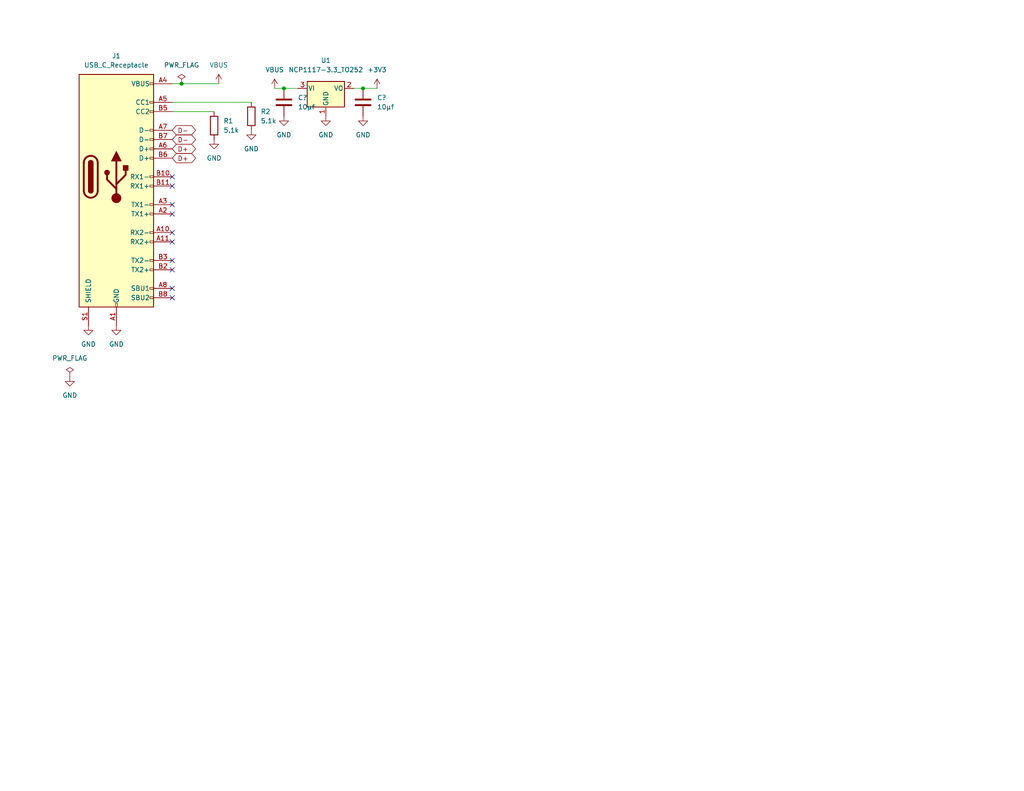
<source format=kicad_sch>
(kicad_sch (version 20211123) (generator eeschema)

  (uuid 8d63f200-f360-49e6-9498-c0e809e867c2)

  (paper "A")

  (lib_symbols
    (symbol "Connector:USB_C_Receptacle" (pin_names (offset 1.016)) (in_bom yes) (on_board yes)
      (property "Reference" "J" (id 0) (at -10.16 29.21 0)
        (effects (font (size 1.27 1.27)) (justify left))
      )
      (property "Value" "USB_C_Receptacle" (id 1) (at 10.16 29.21 0)
        (effects (font (size 1.27 1.27)) (justify right))
      )
      (property "Footprint" "" (id 2) (at 3.81 0 0)
        (effects (font (size 1.27 1.27)) hide)
      )
      (property "Datasheet" "https://www.usb.org/sites/default/files/documents/usb_type-c.zip" (id 3) (at 3.81 0 0)
        (effects (font (size 1.27 1.27)) hide)
      )
      (property "ki_keywords" "usb universal serial bus type-C full-featured" (id 4) (at 0 0 0)
        (effects (font (size 1.27 1.27)) hide)
      )
      (property "ki_description" "USB Full-Featured Type-C Receptacle connector" (id 5) (at 0 0 0)
        (effects (font (size 1.27 1.27)) hide)
      )
      (property "ki_fp_filters" "USB*C*Receptacle*" (id 6) (at 0 0 0)
        (effects (font (size 1.27 1.27)) hide)
      )
      (symbol "USB_C_Receptacle_0_0"
        (rectangle (start -0.254 -35.56) (end 0.254 -34.544)
          (stroke (width 0) (type default) (color 0 0 0 0))
          (fill (type none))
        )
        (rectangle (start 10.16 -32.766) (end 9.144 -33.274)
          (stroke (width 0) (type default) (color 0 0 0 0))
          (fill (type none))
        )
        (rectangle (start 10.16 -30.226) (end 9.144 -30.734)
          (stroke (width 0) (type default) (color 0 0 0 0))
          (fill (type none))
        )
        (rectangle (start 10.16 -25.146) (end 9.144 -25.654)
          (stroke (width 0) (type default) (color 0 0 0 0))
          (fill (type none))
        )
        (rectangle (start 10.16 -22.606) (end 9.144 -23.114)
          (stroke (width 0) (type default) (color 0 0 0 0))
          (fill (type none))
        )
        (rectangle (start 10.16 -17.526) (end 9.144 -18.034)
          (stroke (width 0) (type default) (color 0 0 0 0))
          (fill (type none))
        )
        (rectangle (start 10.16 -14.986) (end 9.144 -15.494)
          (stroke (width 0) (type default) (color 0 0 0 0))
          (fill (type none))
        )
        (rectangle (start 10.16 -9.906) (end 9.144 -10.414)
          (stroke (width 0) (type default) (color 0 0 0 0))
          (fill (type none))
        )
        (rectangle (start 10.16 -7.366) (end 9.144 -7.874)
          (stroke (width 0) (type default) (color 0 0 0 0))
          (fill (type none))
        )
        (rectangle (start 10.16 -2.286) (end 9.144 -2.794)
          (stroke (width 0) (type default) (color 0 0 0 0))
          (fill (type none))
        )
        (rectangle (start 10.16 0.254) (end 9.144 -0.254)
          (stroke (width 0) (type default) (color 0 0 0 0))
          (fill (type none))
        )
        (rectangle (start 10.16 5.334) (end 9.144 4.826)
          (stroke (width 0) (type default) (color 0 0 0 0))
          (fill (type none))
        )
        (rectangle (start 10.16 7.874) (end 9.144 7.366)
          (stroke (width 0) (type default) (color 0 0 0 0))
          (fill (type none))
        )
        (rectangle (start 10.16 10.414) (end 9.144 9.906)
          (stroke (width 0) (type default) (color 0 0 0 0))
          (fill (type none))
        )
        (rectangle (start 10.16 12.954) (end 9.144 12.446)
          (stroke (width 0) (type default) (color 0 0 0 0))
          (fill (type none))
        )
        (rectangle (start 10.16 18.034) (end 9.144 17.526)
          (stroke (width 0) (type default) (color 0 0 0 0))
          (fill (type none))
        )
        (rectangle (start 10.16 20.574) (end 9.144 20.066)
          (stroke (width 0) (type default) (color 0 0 0 0))
          (fill (type none))
        )
        (rectangle (start 10.16 25.654) (end 9.144 25.146)
          (stroke (width 0) (type default) (color 0 0 0 0))
          (fill (type none))
        )
      )
      (symbol "USB_C_Receptacle_0_1"
        (rectangle (start -10.16 27.94) (end 10.16 -35.56)
          (stroke (width 0.254) (type default) (color 0 0 0 0))
          (fill (type background))
        )
        (arc (start -8.89 -3.81) (mid -6.985 -5.715) (end -5.08 -3.81)
          (stroke (width 0.508) (type default) (color 0 0 0 0))
          (fill (type none))
        )
        (arc (start -7.62 -3.81) (mid -6.985 -4.445) (end -6.35 -3.81)
          (stroke (width 0.254) (type default) (color 0 0 0 0))
          (fill (type none))
        )
        (arc (start -7.62 -3.81) (mid -6.985 -4.445) (end -6.35 -3.81)
          (stroke (width 0.254) (type default) (color 0 0 0 0))
          (fill (type outline))
        )
        (rectangle (start -7.62 -3.81) (end -6.35 3.81)
          (stroke (width 0.254) (type default) (color 0 0 0 0))
          (fill (type outline))
        )
        (arc (start -6.35 3.81) (mid -6.985 4.445) (end -7.62 3.81)
          (stroke (width 0.254) (type default) (color 0 0 0 0))
          (fill (type none))
        )
        (arc (start -6.35 3.81) (mid -6.985 4.445) (end -7.62 3.81)
          (stroke (width 0.254) (type default) (color 0 0 0 0))
          (fill (type outline))
        )
        (arc (start -5.08 3.81) (mid -6.985 5.715) (end -8.89 3.81)
          (stroke (width 0.508) (type default) (color 0 0 0 0))
          (fill (type none))
        )
        (polyline
          (pts
            (xy -8.89 -3.81)
            (xy -8.89 3.81)
          )
          (stroke (width 0.508) (type default) (color 0 0 0 0))
          (fill (type none))
        )
        (polyline
          (pts
            (xy -5.08 3.81)
            (xy -5.08 -3.81)
          )
          (stroke (width 0.508) (type default) (color 0 0 0 0))
          (fill (type none))
        )
      )
      (symbol "USB_C_Receptacle_1_1"
        (circle (center -2.54 1.143) (radius 0.635)
          (stroke (width 0.254) (type default) (color 0 0 0 0))
          (fill (type outline))
        )
        (circle (center 0 -5.842) (radius 1.27)
          (stroke (width 0) (type default) (color 0 0 0 0))
          (fill (type outline))
        )
        (polyline
          (pts
            (xy 0 -5.842)
            (xy 0 4.318)
          )
          (stroke (width 0.508) (type default) (color 0 0 0 0))
          (fill (type none))
        )
        (polyline
          (pts
            (xy 0 -3.302)
            (xy -2.54 -0.762)
            (xy -2.54 0.508)
          )
          (stroke (width 0.508) (type default) (color 0 0 0 0))
          (fill (type none))
        )
        (polyline
          (pts
            (xy 0 -2.032)
            (xy 2.54 0.508)
            (xy 2.54 1.778)
          )
          (stroke (width 0.508) (type default) (color 0 0 0 0))
          (fill (type none))
        )
        (polyline
          (pts
            (xy -1.27 4.318)
            (xy 0 6.858)
            (xy 1.27 4.318)
            (xy -1.27 4.318)
          )
          (stroke (width 0.254) (type default) (color 0 0 0 0))
          (fill (type outline))
        )
        (rectangle (start 1.905 1.778) (end 3.175 3.048)
          (stroke (width 0.254) (type default) (color 0 0 0 0))
          (fill (type outline))
        )
        (pin passive line (at 0 -40.64 90) (length 5.08)
          (name "GND" (effects (font (size 1.27 1.27))))
          (number "A1" (effects (font (size 1.27 1.27))))
        )
        (pin bidirectional line (at 15.24 -15.24 180) (length 5.08)
          (name "RX2-" (effects (font (size 1.27 1.27))))
          (number "A10" (effects (font (size 1.27 1.27))))
        )
        (pin bidirectional line (at 15.24 -17.78 180) (length 5.08)
          (name "RX2+" (effects (font (size 1.27 1.27))))
          (number "A11" (effects (font (size 1.27 1.27))))
        )
        (pin passive line (at 0 -40.64 90) (length 5.08) hide
          (name "GND" (effects (font (size 1.27 1.27))))
          (number "A12" (effects (font (size 1.27 1.27))))
        )
        (pin bidirectional line (at 15.24 -10.16 180) (length 5.08)
          (name "TX1+" (effects (font (size 1.27 1.27))))
          (number "A2" (effects (font (size 1.27 1.27))))
        )
        (pin bidirectional line (at 15.24 -7.62 180) (length 5.08)
          (name "TX1-" (effects (font (size 1.27 1.27))))
          (number "A3" (effects (font (size 1.27 1.27))))
        )
        (pin passive line (at 15.24 25.4 180) (length 5.08)
          (name "VBUS" (effects (font (size 1.27 1.27))))
          (number "A4" (effects (font (size 1.27 1.27))))
        )
        (pin bidirectional line (at 15.24 20.32 180) (length 5.08)
          (name "CC1" (effects (font (size 1.27 1.27))))
          (number "A5" (effects (font (size 1.27 1.27))))
        )
        (pin bidirectional line (at 15.24 7.62 180) (length 5.08)
          (name "D+" (effects (font (size 1.27 1.27))))
          (number "A6" (effects (font (size 1.27 1.27))))
        )
        (pin bidirectional line (at 15.24 12.7 180) (length 5.08)
          (name "D-" (effects (font (size 1.27 1.27))))
          (number "A7" (effects (font (size 1.27 1.27))))
        )
        (pin bidirectional line (at 15.24 -30.48 180) (length 5.08)
          (name "SBU1" (effects (font (size 1.27 1.27))))
          (number "A8" (effects (font (size 1.27 1.27))))
        )
        (pin passive line (at 15.24 25.4 180) (length 5.08) hide
          (name "VBUS" (effects (font (size 1.27 1.27))))
          (number "A9" (effects (font (size 1.27 1.27))))
        )
        (pin passive line (at 0 -40.64 90) (length 5.08) hide
          (name "GND" (effects (font (size 1.27 1.27))))
          (number "B1" (effects (font (size 1.27 1.27))))
        )
        (pin bidirectional line (at 15.24 0 180) (length 5.08)
          (name "RX1-" (effects (font (size 1.27 1.27))))
          (number "B10" (effects (font (size 1.27 1.27))))
        )
        (pin bidirectional line (at 15.24 -2.54 180) (length 5.08)
          (name "RX1+" (effects (font (size 1.27 1.27))))
          (number "B11" (effects (font (size 1.27 1.27))))
        )
        (pin passive line (at 0 -40.64 90) (length 5.08) hide
          (name "GND" (effects (font (size 1.27 1.27))))
          (number "B12" (effects (font (size 1.27 1.27))))
        )
        (pin bidirectional line (at 15.24 -25.4 180) (length 5.08)
          (name "TX2+" (effects (font (size 1.27 1.27))))
          (number "B2" (effects (font (size 1.27 1.27))))
        )
        (pin bidirectional line (at 15.24 -22.86 180) (length 5.08)
          (name "TX2-" (effects (font (size 1.27 1.27))))
          (number "B3" (effects (font (size 1.27 1.27))))
        )
        (pin passive line (at 15.24 25.4 180) (length 5.08) hide
          (name "VBUS" (effects (font (size 1.27 1.27))))
          (number "B4" (effects (font (size 1.27 1.27))))
        )
        (pin bidirectional line (at 15.24 17.78 180) (length 5.08)
          (name "CC2" (effects (font (size 1.27 1.27))))
          (number "B5" (effects (font (size 1.27 1.27))))
        )
        (pin bidirectional line (at 15.24 5.08 180) (length 5.08)
          (name "D+" (effects (font (size 1.27 1.27))))
          (number "B6" (effects (font (size 1.27 1.27))))
        )
        (pin bidirectional line (at 15.24 10.16 180) (length 5.08)
          (name "D-" (effects (font (size 1.27 1.27))))
          (number "B7" (effects (font (size 1.27 1.27))))
        )
        (pin bidirectional line (at 15.24 -33.02 180) (length 5.08)
          (name "SBU2" (effects (font (size 1.27 1.27))))
          (number "B8" (effects (font (size 1.27 1.27))))
        )
        (pin passive line (at 15.24 25.4 180) (length 5.08) hide
          (name "VBUS" (effects (font (size 1.27 1.27))))
          (number "B9" (effects (font (size 1.27 1.27))))
        )
        (pin passive line (at -7.62 -40.64 90) (length 5.08)
          (name "SHIELD" (effects (font (size 1.27 1.27))))
          (number "S1" (effects (font (size 1.27 1.27))))
        )
      )
    )
    (symbol "Device:C" (pin_numbers hide) (pin_names (offset 0.254)) (in_bom yes) (on_board yes)
      (property "Reference" "C" (id 0) (at 0.635 2.54 0)
        (effects (font (size 1.27 1.27)) (justify left))
      )
      (property "Value" "C" (id 1) (at 0.635 -2.54 0)
        (effects (font (size 1.27 1.27)) (justify left))
      )
      (property "Footprint" "" (id 2) (at 0.9652 -3.81 0)
        (effects (font (size 1.27 1.27)) hide)
      )
      (property "Datasheet" "~" (id 3) (at 0 0 0)
        (effects (font (size 1.27 1.27)) hide)
      )
      (property "ki_keywords" "cap capacitor" (id 4) (at 0 0 0)
        (effects (font (size 1.27 1.27)) hide)
      )
      (property "ki_description" "Unpolarized capacitor" (id 5) (at 0 0 0)
        (effects (font (size 1.27 1.27)) hide)
      )
      (property "ki_fp_filters" "C_*" (id 6) (at 0 0 0)
        (effects (font (size 1.27 1.27)) hide)
      )
      (symbol "C_0_1"
        (polyline
          (pts
            (xy -2.032 -0.762)
            (xy 2.032 -0.762)
          )
          (stroke (width 0.508) (type default) (color 0 0 0 0))
          (fill (type none))
        )
        (polyline
          (pts
            (xy -2.032 0.762)
            (xy 2.032 0.762)
          )
          (stroke (width 0.508) (type default) (color 0 0 0 0))
          (fill (type none))
        )
      )
      (symbol "C_1_1"
        (pin passive line (at 0 3.81 270) (length 2.794)
          (name "~" (effects (font (size 1.27 1.27))))
          (number "1" (effects (font (size 1.27 1.27))))
        )
        (pin passive line (at 0 -3.81 90) (length 2.794)
          (name "~" (effects (font (size 1.27 1.27))))
          (number "2" (effects (font (size 1.27 1.27))))
        )
      )
    )
    (symbol "Device:R" (pin_numbers hide) (pin_names (offset 0)) (in_bom yes) (on_board yes)
      (property "Reference" "R" (id 0) (at 2.032 0 90)
        (effects (font (size 1.27 1.27)))
      )
      (property "Value" "R" (id 1) (at 0 0 90)
        (effects (font (size 1.27 1.27)))
      )
      (property "Footprint" "" (id 2) (at -1.778 0 90)
        (effects (font (size 1.27 1.27)) hide)
      )
      (property "Datasheet" "~" (id 3) (at 0 0 0)
        (effects (font (size 1.27 1.27)) hide)
      )
      (property "ki_keywords" "R res resistor" (id 4) (at 0 0 0)
        (effects (font (size 1.27 1.27)) hide)
      )
      (property "ki_description" "Resistor" (id 5) (at 0 0 0)
        (effects (font (size 1.27 1.27)) hide)
      )
      (property "ki_fp_filters" "R_*" (id 6) (at 0 0 0)
        (effects (font (size 1.27 1.27)) hide)
      )
      (symbol "R_0_1"
        (rectangle (start -1.016 -2.54) (end 1.016 2.54)
          (stroke (width 0.254) (type default) (color 0 0 0 0))
          (fill (type none))
        )
      )
      (symbol "R_1_1"
        (pin passive line (at 0 3.81 270) (length 1.27)
          (name "~" (effects (font (size 1.27 1.27))))
          (number "1" (effects (font (size 1.27 1.27))))
        )
        (pin passive line (at 0 -3.81 90) (length 1.27)
          (name "~" (effects (font (size 1.27 1.27))))
          (number "2" (effects (font (size 1.27 1.27))))
        )
      )
    )
    (symbol "Regulator_Linear:NCP1117-3.3_TO252" (pin_names (offset 0.254)) (in_bom yes) (on_board yes)
      (property "Reference" "U" (id 0) (at -3.81 3.175 0)
        (effects (font (size 1.27 1.27)))
      )
      (property "Value" "NCP1117-3.3_TO252" (id 1) (at 0 3.175 0)
        (effects (font (size 1.27 1.27)) (justify left))
      )
      (property "Footprint" "Package_TO_SOT_SMD:TO-252-2" (id 2) (at 0 5.715 0)
        (effects (font (size 1.27 1.27)) hide)
      )
      (property "Datasheet" "http://www.onsemi.com/pub_link/Collateral/NCP1117-D.PDF" (id 3) (at 0 0 0)
        (effects (font (size 1.27 1.27)) hide)
      )
      (property "ki_keywords" "REGULATOR LDO 3.3V" (id 4) (at 0 0 0)
        (effects (font (size 1.27 1.27)) hide)
      )
      (property "ki_description" "1A Low drop-out regulator, Fixed Output 3.3V, TO-252 (DPAK)" (id 5) (at 0 0 0)
        (effects (font (size 1.27 1.27)) hide)
      )
      (property "ki_fp_filters" "TO?252*" (id 6) (at 0 0 0)
        (effects (font (size 1.27 1.27)) hide)
      )
      (symbol "NCP1117-3.3_TO252_0_1"
        (rectangle (start -5.08 1.905) (end 5.08 -5.08)
          (stroke (width 0.254) (type default) (color 0 0 0 0))
          (fill (type background))
        )
      )
      (symbol "NCP1117-3.3_TO252_1_1"
        (pin power_in line (at 0 -7.62 90) (length 2.54)
          (name "GND" (effects (font (size 1.27 1.27))))
          (number "1" (effects (font (size 1.27 1.27))))
        )
        (pin power_out line (at 7.62 0 180) (length 2.54)
          (name "VO" (effects (font (size 1.27 1.27))))
          (number "2" (effects (font (size 1.27 1.27))))
        )
        (pin power_in line (at -7.62 0 0) (length 2.54)
          (name "VI" (effects (font (size 1.27 1.27))))
          (number "3" (effects (font (size 1.27 1.27))))
        )
      )
    )
    (symbol "power:+3.3V" (power) (pin_names (offset 0)) (in_bom yes) (on_board yes)
      (property "Reference" "#PWR" (id 0) (at 0 -3.81 0)
        (effects (font (size 1.27 1.27)) hide)
      )
      (property "Value" "+3.3V" (id 1) (at 0 3.556 0)
        (effects (font (size 1.27 1.27)))
      )
      (property "Footprint" "" (id 2) (at 0 0 0)
        (effects (font (size 1.27 1.27)) hide)
      )
      (property "Datasheet" "" (id 3) (at 0 0 0)
        (effects (font (size 1.27 1.27)) hide)
      )
      (property "ki_keywords" "power-flag" (id 4) (at 0 0 0)
        (effects (font (size 1.27 1.27)) hide)
      )
      (property "ki_description" "Power symbol creates a global label with name \"+3.3V\"" (id 5) (at 0 0 0)
        (effects (font (size 1.27 1.27)) hide)
      )
      (symbol "+3.3V_0_1"
        (polyline
          (pts
            (xy -0.762 1.27)
            (xy 0 2.54)
          )
          (stroke (width 0) (type default) (color 0 0 0 0))
          (fill (type none))
        )
        (polyline
          (pts
            (xy 0 0)
            (xy 0 2.54)
          )
          (stroke (width 0) (type default) (color 0 0 0 0))
          (fill (type none))
        )
        (polyline
          (pts
            (xy 0 2.54)
            (xy 0.762 1.27)
          )
          (stroke (width 0) (type default) (color 0 0 0 0))
          (fill (type none))
        )
      )
      (symbol "+3.3V_1_1"
        (pin power_in line (at 0 0 90) (length 0) hide
          (name "+3V3" (effects (font (size 1.27 1.27))))
          (number "1" (effects (font (size 1.27 1.27))))
        )
      )
    )
    (symbol "power:GND" (power) (pin_names (offset 0)) (in_bom yes) (on_board yes)
      (property "Reference" "#PWR" (id 0) (at 0 -6.35 0)
        (effects (font (size 1.27 1.27)) hide)
      )
      (property "Value" "GND" (id 1) (at 0 -3.81 0)
        (effects (font (size 1.27 1.27)))
      )
      (property "Footprint" "" (id 2) (at 0 0 0)
        (effects (font (size 1.27 1.27)) hide)
      )
      (property "Datasheet" "" (id 3) (at 0 0 0)
        (effects (font (size 1.27 1.27)) hide)
      )
      (property "ki_keywords" "power-flag" (id 4) (at 0 0 0)
        (effects (font (size 1.27 1.27)) hide)
      )
      (property "ki_description" "Power symbol creates a global label with name \"GND\" , ground" (id 5) (at 0 0 0)
        (effects (font (size 1.27 1.27)) hide)
      )
      (symbol "GND_0_1"
        (polyline
          (pts
            (xy 0 0)
            (xy 0 -1.27)
            (xy 1.27 -1.27)
            (xy 0 -2.54)
            (xy -1.27 -1.27)
            (xy 0 -1.27)
          )
          (stroke (width 0) (type default) (color 0 0 0 0))
          (fill (type none))
        )
      )
      (symbol "GND_1_1"
        (pin power_in line (at 0 0 270) (length 0) hide
          (name "GND" (effects (font (size 1.27 1.27))))
          (number "1" (effects (font (size 1.27 1.27))))
        )
      )
    )
    (symbol "power:PWR_FLAG" (power) (pin_numbers hide) (pin_names (offset 0) hide) (in_bom yes) (on_board yes)
      (property "Reference" "#FLG" (id 0) (at 0 1.905 0)
        (effects (font (size 1.27 1.27)) hide)
      )
      (property "Value" "PWR_FLAG" (id 1) (at 0 3.81 0)
        (effects (font (size 1.27 1.27)))
      )
      (property "Footprint" "" (id 2) (at 0 0 0)
        (effects (font (size 1.27 1.27)) hide)
      )
      (property "Datasheet" "~" (id 3) (at 0 0 0)
        (effects (font (size 1.27 1.27)) hide)
      )
      (property "ki_keywords" "power-flag" (id 4) (at 0 0 0)
        (effects (font (size 1.27 1.27)) hide)
      )
      (property "ki_description" "Special symbol for telling ERC where power comes from" (id 5) (at 0 0 0)
        (effects (font (size 1.27 1.27)) hide)
      )
      (symbol "PWR_FLAG_0_0"
        (pin power_out line (at 0 0 90) (length 0)
          (name "pwr" (effects (font (size 1.27 1.27))))
          (number "1" (effects (font (size 1.27 1.27))))
        )
      )
      (symbol "PWR_FLAG_0_1"
        (polyline
          (pts
            (xy 0 0)
            (xy 0 1.27)
            (xy -1.016 1.905)
            (xy 0 2.54)
            (xy 1.016 1.905)
            (xy 0 1.27)
          )
          (stroke (width 0) (type default) (color 0 0 0 0))
          (fill (type none))
        )
      )
    )
    (symbol "power:VBUS" (power) (pin_names (offset 0)) (in_bom yes) (on_board yes)
      (property "Reference" "#PWR" (id 0) (at 0 -3.81 0)
        (effects (font (size 1.27 1.27)) hide)
      )
      (property "Value" "VBUS" (id 1) (at 0 3.81 0)
        (effects (font (size 1.27 1.27)))
      )
      (property "Footprint" "" (id 2) (at 0 0 0)
        (effects (font (size 1.27 1.27)) hide)
      )
      (property "Datasheet" "" (id 3) (at 0 0 0)
        (effects (font (size 1.27 1.27)) hide)
      )
      (property "ki_keywords" "power-flag" (id 4) (at 0 0 0)
        (effects (font (size 1.27 1.27)) hide)
      )
      (property "ki_description" "Power symbol creates a global label with name \"VBUS\"" (id 5) (at 0 0 0)
        (effects (font (size 1.27 1.27)) hide)
      )
      (symbol "VBUS_0_1"
        (polyline
          (pts
            (xy -0.762 1.27)
            (xy 0 2.54)
          )
          (stroke (width 0) (type default) (color 0 0 0 0))
          (fill (type none))
        )
        (polyline
          (pts
            (xy 0 0)
            (xy 0 2.54)
          )
          (stroke (width 0) (type default) (color 0 0 0 0))
          (fill (type none))
        )
        (polyline
          (pts
            (xy 0 2.54)
            (xy 0.762 1.27)
          )
          (stroke (width 0) (type default) (color 0 0 0 0))
          (fill (type none))
        )
      )
      (symbol "VBUS_1_1"
        (pin power_in line (at 0 0 90) (length 0) hide
          (name "VBUS" (effects (font (size 1.27 1.27))))
          (number "1" (effects (font (size 1.27 1.27))))
        )
      )
    )
  )

  (junction (at 77.47 24.13) (diameter 0) (color 0 0 0 0)
    (uuid 06fa7467-08ae-465c-8c72-dcd7e0c029e1)
  )
  (junction (at 49.53 22.86) (diameter 0) (color 0 0 0 0)
    (uuid 35c25dd0-10f6-4d0c-981c-ef8192952682)
  )
  (junction (at 99.06 24.13) (diameter 0) (color 0 0 0 0)
    (uuid 8a0788c7-f794-4940-abc9-7a554d7be6a2)
  )

  (no_connect (at 46.99 81.28) (uuid 22885883-adc0-41fa-beac-7d4a488d9c92))
  (no_connect (at 46.99 78.74) (uuid 22885883-adc0-41fa-beac-7d4a488d9c92))
  (no_connect (at 46.99 48.26) (uuid 7759b448-df0d-4524-9736-9e202211e772))
  (no_connect (at 46.99 58.42) (uuid 982df243-c930-4321-8f67-52e2338a127e))
  (no_connect (at 46.99 55.88) (uuid 982df243-c930-4321-8f67-52e2338a127e))
  (no_connect (at 46.99 50.8) (uuid 982df243-c930-4321-8f67-52e2338a127e))
  (no_connect (at 46.99 63.5) (uuid 982df243-c930-4321-8f67-52e2338a127e))
  (no_connect (at 46.99 66.04) (uuid 982df243-c930-4321-8f67-52e2338a127e))
  (no_connect (at 46.99 71.12) (uuid 982df243-c930-4321-8f67-52e2338a127e))
  (no_connect (at 46.99 73.66) (uuid 982df243-c930-4321-8f67-52e2338a127e))

  (wire (pts (xy 46.99 30.48) (xy 58.42 30.48))
    (stroke (width 0) (type default) (color 0 0 0 0))
    (uuid 091c280c-681f-4e75-b33c-a0cb16d00a55)
  )
  (wire (pts (xy 77.47 24.13) (xy 81.28 24.13))
    (stroke (width 0) (type default) (color 0 0 0 0))
    (uuid 4a8c3a80-ab08-47df-aa72-28a63a12efc3)
  )
  (wire (pts (xy 99.06 24.13) (xy 96.52 24.13))
    (stroke (width 0) (type default) (color 0 0 0 0))
    (uuid 81a34c78-6a18-4516-a6eb-abe65cb0329a)
  )
  (wire (pts (xy 49.53 22.86) (xy 46.99 22.86))
    (stroke (width 0) (type default) (color 0 0 0 0))
    (uuid ad7dc713-87e6-4006-8482-51053f0325ad)
  )
  (wire (pts (xy 102.87 24.13) (xy 99.06 24.13))
    (stroke (width 0) (type default) (color 0 0 0 0))
    (uuid d2a3038c-16ff-46fb-b1bb-e2d55137fb0b)
  )
  (wire (pts (xy 46.99 27.94) (xy 68.58 27.94))
    (stroke (width 0) (type default) (color 0 0 0 0))
    (uuid d55e9a44-2a08-4608-bd13-fa6f03982f1e)
  )
  (wire (pts (xy 59.69 22.86) (xy 49.53 22.86))
    (stroke (width 0) (type default) (color 0 0 0 0))
    (uuid f8c65f00-1745-4f51-89fd-66c8cf0ea05f)
  )
  (wire (pts (xy 74.93 24.13) (xy 77.47 24.13))
    (stroke (width 0) (type default) (color 0 0 0 0))
    (uuid fd04628a-8eef-41f1-b716-a0f2bf787b2c)
  )

  (global_label "D-" (shape bidirectional) (at 46.99 38.1 0) (fields_autoplaced)
    (effects (font (size 1.27 1.27)) (justify left))
    (uuid 57fb3b2b-9ad9-4f3e-88d2-268a8fe725e3)
    (property "Intersheet References" "${INTERSHEET_REFS}" (id 0) (at 52.2455 38.0206 0)
      (effects (font (size 1.27 1.27)) (justify left) hide)
    )
  )
  (global_label "D-" (shape bidirectional) (at 46.99 35.56 0) (fields_autoplaced)
    (effects (font (size 1.27 1.27)) (justify left))
    (uuid 8c27f522-33b6-4060-8b77-aee80549ee7e)
    (property "Intersheet References" "${INTERSHEET_REFS}" (id 0) (at 52.2455 35.4806 0)
      (effects (font (size 1.27 1.27)) (justify left) hide)
    )
  )
  (global_label "D+" (shape bidirectional) (at 46.99 40.64 0) (fields_autoplaced)
    (effects (font (size 1.27 1.27)) (justify left))
    (uuid aba582a4-9f64-423c-b183-8de4a0e46d56)
    (property "Intersheet References" "${INTERSHEET_REFS}" (id 0) (at 52.2455 40.5606 0)
      (effects (font (size 1.27 1.27)) (justify left) hide)
    )
  )
  (global_label "D+" (shape bidirectional) (at 46.99 43.18 0) (fields_autoplaced)
    (effects (font (size 1.27 1.27)) (justify left))
    (uuid ffff5244-2e2d-4801-95f0-c88fdce75c10)
    (property "Intersheet References" "${INTERSHEET_REFS}" (id 0) (at 52.2455 43.1006 0)
      (effects (font (size 1.27 1.27)) (justify left) hide)
    )
  )

  (symbol (lib_id "Device:C") (at 77.47 27.94 0) (unit 1)
    (in_bom yes) (on_board yes) (fields_autoplaced)
    (uuid 3e5205bc-73ad-4437-bcc3-8b902a9f13ab)
    (property "Reference" "C?" (id 0) (at 81.28 26.6699 0)
      (effects (font (size 1.27 1.27)) (justify left))
    )
    (property "Value" "10μf" (id 1) (at 81.28 29.2099 0)
      (effects (font (size 1.27 1.27)) (justify left))
    )
    (property "Footprint" "Capacitor_SMD:C_0805_2012Metric_Pad1.18x1.45mm_HandSolder" (id 2) (at 78.4352 31.75 0)
      (effects (font (size 1.27 1.27)) hide)
    )
    (property "Datasheet" "~" (id 3) (at 77.47 27.94 0)
      (effects (font (size 1.27 1.27)) hide)
    )
    (pin "1" (uuid 6aadc5a0-7ab7-4990-b280-5ddf375af280))
    (pin "2" (uuid 0b3fbe22-5b8a-436f-be10-418cc4c75b2f))
  )

  (symbol (lib_id "power:GND") (at 77.47 31.75 0) (unit 1)
    (in_bom yes) (on_board yes) (fields_autoplaced)
    (uuid 439a1d97-b29a-411d-9e36-d0fc65509a3e)
    (property "Reference" "#PWR?" (id 0) (at 77.47 38.1 0)
      (effects (font (size 1.27 1.27)) hide)
    )
    (property "Value" "GND" (id 1) (at 77.47 36.83 0))
    (property "Footprint" "" (id 2) (at 77.47 31.75 0)
      (effects (font (size 1.27 1.27)) hide)
    )
    (property "Datasheet" "" (id 3) (at 77.47 31.75 0)
      (effects (font (size 1.27 1.27)) hide)
    )
    (pin "1" (uuid 9289efcc-2a31-46ce-8419-66735c6125fa))
  )

  (symbol (lib_id "power:PWR_FLAG") (at 19.05 102.87 0) (unit 1)
    (in_bom yes) (on_board yes) (fields_autoplaced)
    (uuid 4da46092-82ac-426c-9c93-62db9bddd69b)
    (property "Reference" "#FLG01" (id 0) (at 19.05 100.965 0)
      (effects (font (size 1.27 1.27)) hide)
    )
    (property "Value" "PWR_FLAG" (id 1) (at 19.05 97.79 0))
    (property "Footprint" "" (id 2) (at 19.05 102.87 0)
      (effects (font (size 1.27 1.27)) hide)
    )
    (property "Datasheet" "~" (id 3) (at 19.05 102.87 0)
      (effects (font (size 1.27 1.27)) hide)
    )
    (pin "1" (uuid 8ae970f5-041a-4e33-914a-af8c85a48f95))
  )

  (symbol (lib_id "power:GND") (at 99.06 31.75 0) (unit 1)
    (in_bom yes) (on_board yes) (fields_autoplaced)
    (uuid 5334a822-afc8-4a1b-987e-d114a2b449a1)
    (property "Reference" "#PWR?" (id 0) (at 99.06 38.1 0)
      (effects (font (size 1.27 1.27)) hide)
    )
    (property "Value" "GND" (id 1) (at 99.06 36.83 0))
    (property "Footprint" "" (id 2) (at 99.06 31.75 0)
      (effects (font (size 1.27 1.27)) hide)
    )
    (property "Datasheet" "" (id 3) (at 99.06 31.75 0)
      (effects (font (size 1.27 1.27)) hide)
    )
    (pin "1" (uuid f5bbda66-f7d8-4b63-9bd1-0e721d9be38b))
  )

  (symbol (lib_id "power:+3.3V") (at 102.87 24.13 0) (unit 1)
    (in_bom yes) (on_board yes) (fields_autoplaced)
    (uuid 63d08da0-1f90-413d-84d0-2c8547a3a880)
    (property "Reference" "#PWR09" (id 0) (at 102.87 27.94 0)
      (effects (font (size 1.27 1.27)) hide)
    )
    (property "Value" "+3.3V" (id 1) (at 102.87 19.05 0))
    (property "Footprint" "" (id 2) (at 102.87 24.13 0)
      (effects (font (size 1.27 1.27)) hide)
    )
    (property "Datasheet" "" (id 3) (at 102.87 24.13 0)
      (effects (font (size 1.27 1.27)) hide)
    )
    (pin "1" (uuid 76610b70-0e51-46bb-a959-b32152393803))
  )

  (symbol (lib_id "Regulator_Linear:NCP1117-3.3_TO252") (at 88.9 24.13 0) (unit 1)
    (in_bom yes) (on_board yes) (fields_autoplaced)
    (uuid 74ad8569-3268-49c3-b75f-a753b79062b4)
    (property "Reference" "U1" (id 0) (at 88.9 16.51 0))
    (property "Value" "NCP1117-3.3_TO252" (id 1) (at 88.9 19.05 0))
    (property "Footprint" "Package_TO_SOT_SMD:TO-252-2" (id 2) (at 88.9 18.415 0)
      (effects (font (size 1.27 1.27)) hide)
    )
    (property "Datasheet" "http://www.onsemi.com/pub_link/Collateral/NCP1117-D.PDF" (id 3) (at 88.9 24.13 0)
      (effects (font (size 1.27 1.27)) hide)
    )
    (pin "1" (uuid 9a5be783-2101-4dfc-a1ec-986a232a1127))
    (pin "2" (uuid af8b798d-50d9-4c6d-be70-d85e649b88af))
    (pin "3" (uuid 1729287e-e155-4a8f-a379-15b00c00eb7f))
  )

  (symbol (lib_id "power:GND") (at 19.05 102.87 0) (unit 1)
    (in_bom yes) (on_board yes) (fields_autoplaced)
    (uuid 7617f557-5e28-40b5-810f-204b6ac5c0f4)
    (property "Reference" "#PWR01" (id 0) (at 19.05 109.22 0)
      (effects (font (size 1.27 1.27)) hide)
    )
    (property "Value" "GND" (id 1) (at 19.05 107.95 0))
    (property "Footprint" "" (id 2) (at 19.05 102.87 0)
      (effects (font (size 1.27 1.27)) hide)
    )
    (property "Datasheet" "" (id 3) (at 19.05 102.87 0)
      (effects (font (size 1.27 1.27)) hide)
    )
    (pin "1" (uuid 30a8853e-3d33-4ef7-8c58-db610ba3e589))
  )

  (symbol (lib_id "power:PWR_FLAG") (at 49.53 22.86 0) (unit 1)
    (in_bom yes) (on_board yes) (fields_autoplaced)
    (uuid 77b67c7a-edcf-4c8e-aeee-5eaded63bba7)
    (property "Reference" "#FLG02" (id 0) (at 49.53 20.955 0)
      (effects (font (size 1.27 1.27)) hide)
    )
    (property "Value" "PWR_FLAG" (id 1) (at 49.53 17.78 0))
    (property "Footprint" "" (id 2) (at 49.53 22.86 0)
      (effects (font (size 1.27 1.27)) hide)
    )
    (property "Datasheet" "~" (id 3) (at 49.53 22.86 0)
      (effects (font (size 1.27 1.27)) hide)
    )
    (pin "1" (uuid 9453719a-0db6-47e1-842a-ae8ec17501bc))
  )

  (symbol (lib_id "power:GND") (at 88.9 31.75 0) (unit 1)
    (in_bom yes) (on_board yes) (fields_autoplaced)
    (uuid 77d7cdad-a6fd-4538-ae40-89768ca523f1)
    (property "Reference" "#PWR08" (id 0) (at 88.9 38.1 0)
      (effects (font (size 1.27 1.27)) hide)
    )
    (property "Value" "GND" (id 1) (at 88.9 36.83 0))
    (property "Footprint" "" (id 2) (at 88.9 31.75 0)
      (effects (font (size 1.27 1.27)) hide)
    )
    (property "Datasheet" "" (id 3) (at 88.9 31.75 0)
      (effects (font (size 1.27 1.27)) hide)
    )
    (pin "1" (uuid 7263c2c5-4685-496f-a4af-cc738f73528b))
  )

  (symbol (lib_id "Connector:USB_C_Receptacle") (at 31.75 48.26 0) (unit 1)
    (in_bom yes) (on_board yes) (fields_autoplaced)
    (uuid 7a104028-388c-4b63-8fe2-5260594c53f6)
    (property "Reference" "J1" (id 0) (at 31.75 15.24 0))
    (property "Value" "USB_C_Receptacle" (id 1) (at 31.75 17.78 0))
    (property "Footprint" "" (id 2) (at 35.56 48.26 0)
      (effects (font (size 1.27 1.27)) hide)
    )
    (property "Datasheet" "https://www.usb.org/sites/default/files/documents/usb_type-c.zip" (id 3) (at 35.56 48.26 0)
      (effects (font (size 1.27 1.27)) hide)
    )
    (pin "A1" (uuid e4385db3-390b-452b-b95a-dd452e9dd81a))
    (pin "A10" (uuid 6608884f-2bd4-4d2f-a3bc-02f335a3e59a))
    (pin "A11" (uuid 0b8d60d4-9ac8-4c8b-b742-2bf198a76abc))
    (pin "A12" (uuid be3f0279-fee3-41a9-99e9-17a307845e5a))
    (pin "A2" (uuid d79c15cd-9e52-4aab-b65e-14ac3db89085))
    (pin "A3" (uuid 9ff98a8b-a87b-4299-ab18-5fd7f1d09cb0))
    (pin "A4" (uuid 6084b938-0615-4a5a-971b-3d4649717b5e))
    (pin "A5" (uuid 06e88afb-7240-45f5-8ce7-3c21838254c6))
    (pin "A6" (uuid 0386238e-fa74-42cd-b626-5ffa45d4f046))
    (pin "A7" (uuid ee7db653-731d-41f1-abae-c6092f75ca85))
    (pin "A8" (uuid 47a90fe1-cdbf-4393-8de6-36d8d57d15c7))
    (pin "A9" (uuid 22cf8faf-ac13-414e-991b-70ee3516d061))
    (pin "B1" (uuid 7bbb4c49-e027-4702-ba77-94adf1529a88))
    (pin "B10" (uuid 41b6c2e0-dc3d-4623-99a4-be9619434240))
    (pin "B11" (uuid 9582cd9e-d755-4cc9-8c0f-1687e6d99beb))
    (pin "B12" (uuid 8e97cb6e-46d6-478c-8d61-13f207f7b6bb))
    (pin "B2" (uuid 2750f330-9cc1-4c48-8293-01d95d27a9f4))
    (pin "B3" (uuid 7d8a4872-3d3b-4b12-8eae-9618fc57a77c))
    (pin "B4" (uuid b259e615-1d05-4ac2-9c8c-0ca6991691b7))
    (pin "B5" (uuid 27ac0306-a848-4143-81c4-94941c61a974))
    (pin "B6" (uuid c9ea8476-0f5a-4dce-b39f-5df59ad28dfc))
    (pin "B7" (uuid a0f495b5-fe13-4013-aca7-62d778891613))
    (pin "B8" (uuid 7f409f28-1fe8-4a51-a6b3-dbd78aee1ae7))
    (pin "B9" (uuid dec1e348-74c0-4249-850d-592aea6f913f))
    (pin "S1" (uuid 2386ccf5-24ed-40a2-9afd-a7ce82025643))
  )

  (symbol (lib_id "power:GND") (at 31.75 88.9 0) (unit 1)
    (in_bom yes) (on_board yes) (fields_autoplaced)
    (uuid 84fff665-82f3-4948-b664-ad08998f74ca)
    (property "Reference" "#PWR03" (id 0) (at 31.75 95.25 0)
      (effects (font (size 1.27 1.27)) hide)
    )
    (property "Value" "GND" (id 1) (at 31.75 93.98 0))
    (property "Footprint" "" (id 2) (at 31.75 88.9 0)
      (effects (font (size 1.27 1.27)) hide)
    )
    (property "Datasheet" "" (id 3) (at 31.75 88.9 0)
      (effects (font (size 1.27 1.27)) hide)
    )
    (pin "1" (uuid 25fdc77b-d193-4165-8f65-3fa26244a9ea))
  )

  (symbol (lib_id "Device:R") (at 58.42 34.29 0) (unit 1)
    (in_bom yes) (on_board yes) (fields_autoplaced)
    (uuid 922a0f40-415d-48d4-9950-1e30a07edcef)
    (property "Reference" "R1" (id 0) (at 60.96 33.0199 0)
      (effects (font (size 1.27 1.27)) (justify left))
    )
    (property "Value" "5.1k" (id 1) (at 60.96 35.5599 0)
      (effects (font (size 1.27 1.27)) (justify left))
    )
    (property "Footprint" "Resistor_SMD:R_0805_2012Metric_Pad1.20x1.40mm_HandSolder" (id 2) (at 56.642 34.29 90)
      (effects (font (size 1.27 1.27)) hide)
    )
    (property "Datasheet" "~" (id 3) (at 58.42 34.29 0)
      (effects (font (size 1.27 1.27)) hide)
    )
    (pin "1" (uuid fce0d12a-1d68-4253-bb5c-344d3be84249))
    (pin "2" (uuid 8a9d9a8a-fd1e-4341-8d82-a371ed5843bd))
  )

  (symbol (lib_id "Device:C") (at 99.06 27.94 0) (unit 1)
    (in_bom yes) (on_board yes) (fields_autoplaced)
    (uuid 95553db8-97c4-4753-84f8-1caa0c45e4b4)
    (property "Reference" "C?" (id 0) (at 102.87 26.6699 0)
      (effects (font (size 1.27 1.27)) (justify left))
    )
    (property "Value" "10μf" (id 1) (at 102.87 29.2099 0)
      (effects (font (size 1.27 1.27)) (justify left))
    )
    (property "Footprint" "Capacitor_SMD:C_0805_2012Metric_Pad1.18x1.45mm_HandSolder" (id 2) (at 100.0252 31.75 0)
      (effects (font (size 1.27 1.27)) hide)
    )
    (property "Datasheet" "~" (id 3) (at 99.06 27.94 0)
      (effects (font (size 1.27 1.27)) hide)
    )
    (pin "1" (uuid fa68a106-9964-4bbf-a720-dafa155876f0))
    (pin "2" (uuid 23bcb173-2325-47dc-9c8a-837b354fbbc7))
  )

  (symbol (lib_id "power:GND") (at 68.58 35.56 0) (unit 1)
    (in_bom yes) (on_board yes) (fields_autoplaced)
    (uuid 971e6b4a-1903-4638-8c7f-ada9f23b5227)
    (property "Reference" "#PWR06" (id 0) (at 68.58 41.91 0)
      (effects (font (size 1.27 1.27)) hide)
    )
    (property "Value" "GND" (id 1) (at 68.58 40.64 0))
    (property "Footprint" "" (id 2) (at 68.58 35.56 0)
      (effects (font (size 1.27 1.27)) hide)
    )
    (property "Datasheet" "" (id 3) (at 68.58 35.56 0)
      (effects (font (size 1.27 1.27)) hide)
    )
    (pin "1" (uuid 9ceadc8f-2e38-47d0-954c-ce3fe3413e62))
  )

  (symbol (lib_id "power:GND") (at 24.13 88.9 0) (unit 1)
    (in_bom yes) (on_board yes) (fields_autoplaced)
    (uuid 9fcc1737-f0cd-4bc6-83a9-7d8dc19bfbee)
    (property "Reference" "#PWR02" (id 0) (at 24.13 95.25 0)
      (effects (font (size 1.27 1.27)) hide)
    )
    (property "Value" "GND" (id 1) (at 24.13 93.98 0))
    (property "Footprint" "" (id 2) (at 24.13 88.9 0)
      (effects (font (size 1.27 1.27)) hide)
    )
    (property "Datasheet" "" (id 3) (at 24.13 88.9 0)
      (effects (font (size 1.27 1.27)) hide)
    )
    (pin "1" (uuid 8a093396-423c-4436-ad8f-71b8a79b5174))
  )

  (symbol (lib_id "Device:R") (at 68.58 31.75 0) (unit 1)
    (in_bom yes) (on_board yes) (fields_autoplaced)
    (uuid b303a443-4283-4d51-b7af-3c9152301026)
    (property "Reference" "R2" (id 0) (at 71.12 30.4799 0)
      (effects (font (size 1.27 1.27)) (justify left))
    )
    (property "Value" "5.1k" (id 1) (at 71.12 33.0199 0)
      (effects (font (size 1.27 1.27)) (justify left))
    )
    (property "Footprint" "Resistor_SMD:R_0805_2012Metric_Pad1.20x1.40mm_HandSolder" (id 2) (at 66.802 31.75 90)
      (effects (font (size 1.27 1.27)) hide)
    )
    (property "Datasheet" "~" (id 3) (at 68.58 31.75 0)
      (effects (font (size 1.27 1.27)) hide)
    )
    (pin "1" (uuid bc1738d7-51fc-456c-9af9-68862fd4212d))
    (pin "2" (uuid 11941ebf-54de-47d3-930e-134f9f7709ea))
  )

  (symbol (lib_id "power:GND") (at 58.42 38.1 0) (unit 1)
    (in_bom yes) (on_board yes) (fields_autoplaced)
    (uuid b85e0ec8-cfd8-49e3-bdcb-ef9eee2e04c4)
    (property "Reference" "#PWR04" (id 0) (at 58.42 44.45 0)
      (effects (font (size 1.27 1.27)) hide)
    )
    (property "Value" "GND" (id 1) (at 58.42 43.18 0))
    (property "Footprint" "" (id 2) (at 58.42 38.1 0)
      (effects (font (size 1.27 1.27)) hide)
    )
    (property "Datasheet" "" (id 3) (at 58.42 38.1 0)
      (effects (font (size 1.27 1.27)) hide)
    )
    (pin "1" (uuid 9be8dfed-1c9b-45d2-85c8-96e2e75fcad5))
  )

  (symbol (lib_id "power:VBUS") (at 59.69 22.86 0) (unit 1)
    (in_bom yes) (on_board yes) (fields_autoplaced)
    (uuid efe49ab1-58b7-4d85-96d9-09916765719a)
    (property "Reference" "#PWR05" (id 0) (at 59.69 26.67 0)
      (effects (font (size 1.27 1.27)) hide)
    )
    (property "Value" "VBUS" (id 1) (at 59.69 17.78 0))
    (property "Footprint" "" (id 2) (at 59.69 22.86 0)
      (effects (font (size 1.27 1.27)) hide)
    )
    (property "Datasheet" "" (id 3) (at 59.69 22.86 0)
      (effects (font (size 1.27 1.27)) hide)
    )
    (pin "1" (uuid 945812e8-2ab6-4386-9b1d-9b79190f481a))
  )

  (symbol (lib_id "power:VBUS") (at 74.93 24.13 0) (unit 1)
    (in_bom yes) (on_board yes) (fields_autoplaced)
    (uuid fd06f8fc-e1a0-447b-ae56-883207ffb7d3)
    (property "Reference" "#PWR07" (id 0) (at 74.93 27.94 0)
      (effects (font (size 1.27 1.27)) hide)
    )
    (property "Value" "VBUS" (id 1) (at 74.93 19.05 0))
    (property "Footprint" "" (id 2) (at 74.93 24.13 0)
      (effects (font (size 1.27 1.27)) hide)
    )
    (property "Datasheet" "" (id 3) (at 74.93 24.13 0)
      (effects (font (size 1.27 1.27)) hide)
    )
    (pin "1" (uuid 8f11da89-738d-46ca-b8a7-fcca01b61d29))
  )
)

</source>
